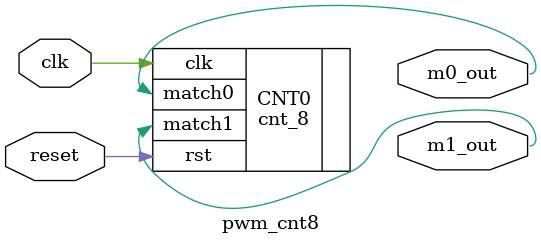
<source format=v>

module pwm_cnt8 (
	clk,
	reset,
	m0_out,
    m1_out
);

	input clk;
	input reset;
	output m0_out;
	output m1_out;

    cnt_8 #(
      .MATCH0_REF(00001111),
      .MATCH1_REF(11111111)
    ) CNT0 (
      .clk(clk),
      .rst(reset),
      .match0(m0_out),
      .match1(m1_out)
    ); 

endmodule		

</source>
